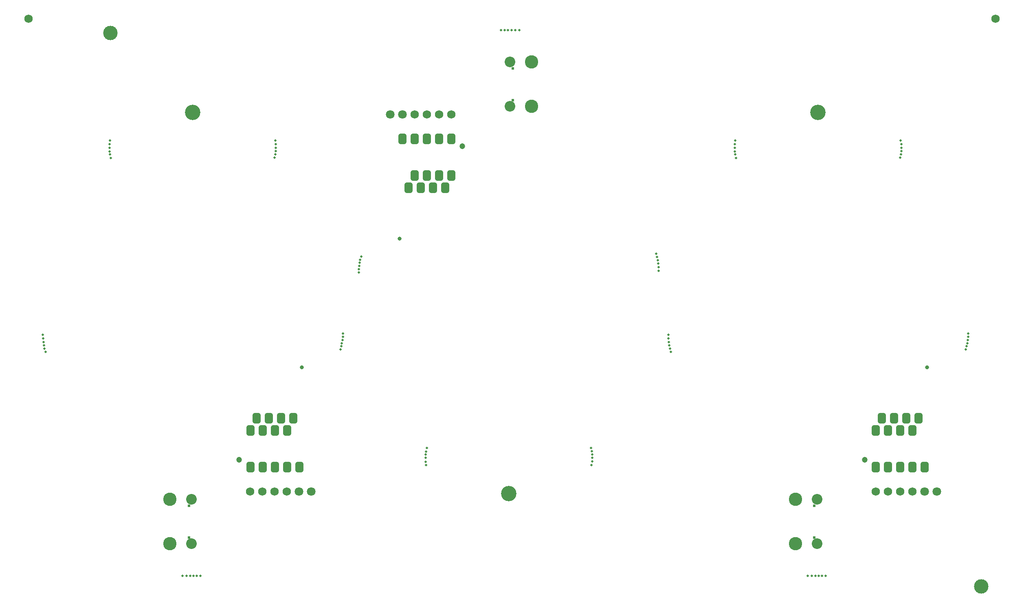
<source format=gbs>
G04*
G04 #@! TF.GenerationSoftware,Altium Limited,Altium Designer,21.2.2 (38)*
G04*
G04 Layer_Color=16711935*
%FSLAX44Y44*%
%MOMM*%
G71*
G04*
G04 #@! TF.SameCoordinates,5FF3B01B-9308-42A9-B2BD-2142B56AF961*
G04*
G04*
G04 #@! TF.FilePolarity,Negative*
G04*
G01*
G75*
%ADD38C,3.0000*%
%ADD68C,1.7272*%
%ADD69C,2.7682*%
%ADD70C,2.2032*%
%ADD71C,0.6032*%
%ADD72C,1.8032*%
%ADD73C,3.2032*%
%ADD74C,0.5032*%
%ADD75C,1.2032*%
%ADD76C,0.8032*%
G04:AMPARAMS|DCode=77|XSize=2.2032mm|YSize=1.7032mm|CornerRadius=0.4766mm|HoleSize=0mm|Usage=FLASHONLY|Rotation=90.000|XOffset=0mm|YOffset=0mm|HoleType=Round|Shape=RoundedRectangle|*
%AMROUNDEDRECTD77*
21,1,2.2032,0.7500,0,0,90.0*
21,1,1.2500,1.7032,0,0,90.0*
1,1,0.9532,0.3750,0.6250*
1,1,0.9532,0.3750,-0.6250*
1,1,0.9532,-0.3750,-0.6250*
1,1,0.9532,-0.3750,0.6250*
%
%ADD77ROUNDEDRECTD77*%
D38*
X3180000Y1420000D02*
D03*
X1370000Y2570000D02*
D03*
D68*
X3210000Y2600000D02*
D03*
X1200000Y2600000D02*
D03*
X1660883Y1617236D02*
D03*
X1686283D02*
D03*
X1711682D02*
D03*
X1737083D02*
D03*
X2960895D02*
D03*
X2986295D02*
D03*
X3011695D02*
D03*
X3037095D02*
D03*
X2078707Y2401204D02*
D03*
X2053307D02*
D03*
X2027908D02*
D03*
X2002507D02*
D03*
D69*
X1493974Y1508370D02*
D03*
Y1600570D02*
D03*
X2793987Y1508370D02*
D03*
Y1600570D02*
D03*
X2245616Y2510070D02*
D03*
Y2417870D02*
D03*
D70*
X1538974Y1508370D02*
D03*
Y1600570D02*
D03*
X2838987Y1508370D02*
D03*
Y1600570D02*
D03*
X2200616Y2510070D02*
D03*
Y2417870D02*
D03*
D71*
X1533374Y1521470D02*
D03*
Y1587470D02*
D03*
X2833387Y1521470D02*
D03*
Y1587470D02*
D03*
X2206216Y2496970D02*
D03*
Y2430970D02*
D03*
D72*
X1762482Y1617236D02*
D03*
X1787883D02*
D03*
X3062495D02*
D03*
X3087895D02*
D03*
X1977108Y2401204D02*
D03*
X1951707D02*
D03*
D73*
X1541077Y2405470D02*
D03*
X2841089D02*
D03*
X2198513Y1612970D02*
D03*
D74*
X1853414Y1945658D02*
D03*
X1853161Y1938800D02*
D03*
X1852399Y1932196D02*
D03*
X1851077Y1925470D02*
D03*
X1850112Y1919242D02*
D03*
X1848076Y1912470D02*
D03*
X1235182Y1907136D02*
D03*
X1233147Y1913908D02*
D03*
X1231877Y1920766D02*
D03*
X1230861Y1927370D02*
D03*
X1230098Y1934990D02*
D03*
X1229845Y1942864D02*
D03*
X1369290Y2346470D02*
D03*
X1370560Y2310656D02*
D03*
X1369037Y2317768D02*
D03*
X1368275Y2324372D02*
D03*
X1368020Y2331230D02*
D03*
X1368275Y2339104D02*
D03*
X1713969Y2339358D02*
D03*
X1714223Y2331484D02*
D03*
X1713969Y2324626D02*
D03*
X1713206Y2318022D02*
D03*
X1711682Y2310910D02*
D03*
X1712953Y2346724D02*
D03*
X1528295Y1441920D02*
D03*
X1535914D02*
D03*
X1542827D02*
D03*
X1549630D02*
D03*
X1557251D02*
D03*
X1519659D02*
D03*
X3153427Y1945658D02*
D03*
X3153173Y1938800D02*
D03*
X3152411Y1932196D02*
D03*
X3151089Y1925470D02*
D03*
X3150125Y1919242D02*
D03*
X3148089Y1912470D02*
D03*
X2535195Y1907136D02*
D03*
X2533159Y1913908D02*
D03*
X2531889Y1920766D02*
D03*
X2530873Y1927370D02*
D03*
X2530111Y1934990D02*
D03*
X2529857Y1942864D02*
D03*
X2669303Y2346470D02*
D03*
X2670573Y2310656D02*
D03*
X2669049Y2317768D02*
D03*
X2668287Y2324372D02*
D03*
X2668033Y2331230D02*
D03*
X2668287Y2339104D02*
D03*
X3013981Y2339358D02*
D03*
X3014235Y2331484D02*
D03*
X3013981Y2324626D02*
D03*
X3013219Y2318022D02*
D03*
X3011695Y2310910D02*
D03*
X3012965Y2346724D02*
D03*
X2828307Y1441920D02*
D03*
X2835927D02*
D03*
X2842839D02*
D03*
X2849643D02*
D03*
X2857263D02*
D03*
X2819671D02*
D03*
X1886176Y2072782D02*
D03*
X1886429Y2079640D02*
D03*
X1887191Y2086244D02*
D03*
X1888513Y2092970D02*
D03*
X1889478Y2099198D02*
D03*
X1891514Y2105970D02*
D03*
X2504408Y2111304D02*
D03*
X2506443Y2104532D02*
D03*
X2507713Y2097674D02*
D03*
X2508730Y2091070D02*
D03*
X2509491Y2083450D02*
D03*
X2509745Y2075576D02*
D03*
X2370300Y1671970D02*
D03*
X2369030Y1707784D02*
D03*
X2370553Y1700672D02*
D03*
X2371315Y1694068D02*
D03*
X2371570Y1687210D02*
D03*
X2371315Y1679336D02*
D03*
X2025621Y1679082D02*
D03*
X2025367Y1686956D02*
D03*
X2025621Y1693814D02*
D03*
X2026384Y1700418D02*
D03*
X2027908Y1707530D02*
D03*
X2026638Y1671716D02*
D03*
X2211295Y2576520D02*
D03*
X2203676D02*
D03*
X2196763D02*
D03*
X2189960D02*
D03*
X2182339D02*
D03*
X2219931D02*
D03*
D75*
X1638076Y1683470D02*
D03*
X2938089D02*
D03*
X2101514Y2334970D02*
D03*
D76*
X1767932Y1875326D02*
D03*
X3067945D02*
D03*
X1971658Y2143114D02*
D03*
D77*
X1661176Y1744070D02*
D03*
X1711976Y1667870D02*
D03*
X1737377D02*
D03*
X1686577D02*
D03*
X1762776D02*
D03*
X1661176D02*
D03*
X1673876Y1769470D02*
D03*
X1750076D02*
D03*
X1724677D02*
D03*
X1711976Y1744070D02*
D03*
X1699276Y1769470D02*
D03*
X1686577Y1744070D02*
D03*
X1737377D02*
D03*
X2961189D02*
D03*
X3011989Y1667870D02*
D03*
X3037389D02*
D03*
X2986589D02*
D03*
X3062789D02*
D03*
X2961189D02*
D03*
X2973889Y1769470D02*
D03*
X3050089D02*
D03*
X3024689D02*
D03*
X3011989Y1744070D02*
D03*
X2999289Y1769470D02*
D03*
X2986589Y1744070D02*
D03*
X3037389D02*
D03*
X2078414Y2274370D02*
D03*
X2027614Y2350570D02*
D03*
X2002213D02*
D03*
X2053013D02*
D03*
X1976814D02*
D03*
X2078414D02*
D03*
X2065714Y2248970D02*
D03*
X1989514D02*
D03*
X2014913D02*
D03*
X2027614Y2274370D02*
D03*
X2040314Y2248970D02*
D03*
X2053013Y2274370D02*
D03*
X2002213D02*
D03*
M02*

</source>
